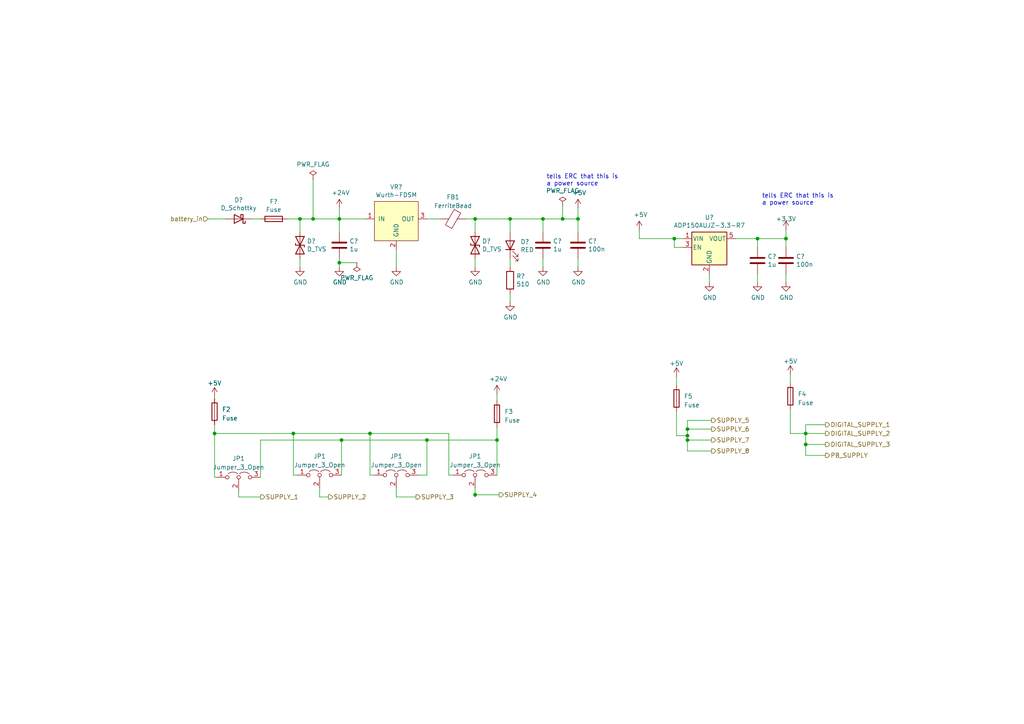
<source format=kicad_sch>
(kicad_sch (version 20230121) (generator eeschema)
  (paper "A4")
  (title_block (title "VEHICLE MEASUREMENT UNIT (VMU)") (date "2020-05-05") (rev "1.0") (company "KTH FORMULA STUDENT") (comment 1 "Dev18") (comment 2 "FILIP SVEBECK") (comment 3 "FSVEBECK@KTH.SE"))
  (lib_symbols
    (symbol "Device:C" (pin_numbers hide) (pin_names (offset 0.254))
      (property "Reference" "C" (at 0.635 2.54 0))
      (property "Value" "C" (at 0.635 -2.54 0))
      (symbol "C_0_1"
        (polyline (pts (xy -2.032 -0.762) (xy 2.032 -0.762)) (stroke (width 0.508)))
        (polyline (pts (xy -2.032 0.762) (xy 2.032 0.762)) (stroke (width 0.508)))
      )
      (symbol "C_1_1"
        (pin passive line (at 0 3.81 270) (length 2.794) (name "~") (number "1"))
        (pin passive line (at 0 -3.81 90) (length 2.794) (name "~") (number "2"))
      )
    )
    (symbol "Device:D_Schottky" (pin_numbers hide) (pin_names (offset 1.016) hide)
      (property "Reference" "D" (at 0 2.54 0))
      (property "Value" "D_Schottky" (at 0 -2.54 0))
      (symbol "D_Schottky_0_1"
        (polyline (pts (xy 1.27 0) (xy -1.27 0)))
        (polyline (pts (xy 1.27 1.27) (xy 1.27 -1.27) (xy -1.27 0) (xy 1.27 1.27)) (stroke (width 0.254)))
        (polyline (pts (xy -1.905 0.635) (xy -1.905 1.27) (xy -1.27 1.27) (xy -1.27 -1.27) (xy -0.635 -1.27) (xy -0.635 -0.635)) (stroke (width 0.254)))
      )
      (symbol "D_Schottky_1_1"
        (pin passive line (at -3.81 0 0) (length 2.54) (name "K") (number "1"))
        (pin passive line (at 3.81 0 180) (length 2.54) (name "A") (number "2"))
      )
    )
    (symbol "Device:D_TVS" (pin_numbers hide) (pin_names (offset 1.016) hide)
      (property "Reference" "D" (at 0 2.54 0))
      (property "Value" "D_TVS" (at 0 -2.54 0))
      (symbol "D_TVS_0_1"
        (polyline (pts (xy 1.27 0) (xy -1.27 0)))
        (polyline (pts (xy 0.508 1.27) (xy 0 1.27) (xy 0 -1.27) (xy -0.508 -1.27)) (stroke (width 0.254)))
        (polyline (pts (xy -2.54 1.27) (xy -2.54 -1.27) (xy 2.54 1.27) (xy 2.54 -1.27) (xy -2.54 1.27)) (stroke (width 0.254)))
      )
      (symbol "D_TVS_1_1"
        (pin passive line (at -3.81 0 0) (length 2.54) (name "A1") (number "1"))
        (pin passive line (at 3.81 0 180) (length 2.54) (name "A2") (number "2"))
      )
    )
    (symbol "Device:FerriteBead" (pin_numbers hide) (pin_names (offset 0))
      (property "Reference" "FB" (at -3.81 0.635 90))
      (property "Value" "FerriteBead" (at 3.81 0 90))
      (symbol "FerriteBead_0_1"
        (polyline (pts (xy 0 -1.27) (xy 0 -1.2192)))
        (polyline (pts (xy 0 1.27) (xy 0 1.2954)))
        (polyline (pts (xy -2.7686 0.4064) (xy -1.7018 2.2606) (xy 2.7686 -0.3048) (xy 1.6764 -2.159) (xy -2.7686 0.4064)))
      )
      (symbol "FerriteBead_1_1"
        (pin passive line (at 0 3.81 270) (length 2.54) (name "~") (number "1"))
        (pin passive line (at 0 -3.81 90) (length 2.54) (name "~") (number "2"))
      )
    )
    (symbol "Device:Fuse" (pin_numbers hide) (pin_names (offset 0))
      (property "Reference" "F" (at 2.032 0 90))
      (property "Value" "Fuse" (at -1.905 0 90))
      (symbol "Fuse_0_1"
        (rectangle (start -0.762 -2.54) (end 0.762 2.54) (stroke (width 0.254)))
        (polyline (pts (xy 0 2.54) (xy 0 -2.54)))
      )
      (symbol "Fuse_1_1"
        (pin passive line (at 0 3.81 270) (length 1.27) (name "~") (number "1"))
        (pin passive line (at 0 -3.81 90) (length 1.27) (name "~") (number "2"))
      )
    )
    (symbol "Device:LED" (pin_numbers hide) (pin_names (offset 1.016) hide)
      (property "Reference" "D" (at 0 2.54 0))
      (property "Value" "LED" (at 0 -2.54 0))
      (symbol "LED_0_1"
        (polyline (pts (xy -1.27 -1.27) (xy -1.27 1.27)) (stroke (width 0.254)))
        (polyline (pts (xy -1.27 0) (xy 1.27 0)))
        (polyline (pts (xy 1.27 -1.27) (xy 1.27 1.27) (xy -1.27 0) (xy 1.27 -1.27)) (stroke (width 0.254)))
        (polyline (pts (xy -3.048 -0.762) (xy -4.572 -2.286) (xy -3.81 -2.286) (xy -4.572 -2.286) (xy -4.572 -1.524)))
        (polyline (pts (xy -1.778 -0.762) (xy -3.302 -2.286) (xy -2.54 -2.286) (xy -3.302 -2.286) (xy -3.302 -1.524)))
      )
      (symbol "LED_1_1"
        (pin passive line (at -3.81 0 0) (length 2.54) (name "K") (number "1"))
        (pin passive line (at 3.81 0 180) (length 2.54) (name "A") (number "2"))
      )
    )
    (symbol "Device:R" (pin_numbers hide) (pin_names (offset 0))
      (property "Reference" "R" (at 2.032 0 90))
      (property "Value" "R" (at 0 0 90))
      (symbol "R_0_1"
        (rectangle (start -1.016 -2.54) (end 1.016 2.54) (stroke (width 0.254)))
      )
      (symbol "R_1_1"
        (pin passive line (at 0 3.81 270) (length 1.27) (name "~") (number "1"))
        (pin passive line (at 0 -3.81 90) (length 1.27) (name "~") (number "2"))
      )
    )
    (symbol "Jumper:Jumper_3_Open" (pin_names (offset 0) hide)
      (property "Reference" "JP" (at -2.54 -2.54 0))
      (property "Value" "Jumper_3_Open" (at 0 2.794 0))
      (symbol "Jumper_3_Open_0_0"
        (circle (center -3.302 0) (radius 0.508))
        (circle (center 0 0) (radius 0.508))
        (circle (center 3.302 0) (radius 0.508))
      )
      (symbol "Jumper_3_Open_0_1"
        (arc (start -0.254 1.016) (mid -1.651 1.4992) (end -3.048 1.016))
        (polyline (pts (xy 0 -0.508) (xy 0 -1.27)))
        (arc (start 3.048 1.016) (mid 1.651 1.4992) (end 0.254 1.016))
      )
      (symbol "Jumper_3_Open_1_1"
        (pin passive line (at -6.35 0 0) (length 2.54) (name "A") (number "1"))
        (pin passive line (at 0 -3.81 90) (length 2.54) (name "C") (number "2"))
        (pin passive line (at 6.35 0 180) (length 2.54) (name "B") (number "3"))
      )
    )
    (symbol "KTHFS:ADP150AUJZ-3.3-R7" (pin_names (offset 0.254))
      (property "Reference" "U" (at -3.81 5.715 0))
      (property "Value" "ADP150AUJZ-3.3-R7" (at 0 5.715 0))
      (symbol "ADP150AUJZ-3.3-R7_0_1"
        (rectangle (start -5.08 4.445) (end 5.08 -5.08) (stroke (width 0.254)) (fill (type background)))
      )
      (symbol "ADP150AUJZ-3.3-R7_1_1"
        (pin power_in line (at -7.62 2.54 0) (length 2.54) (name "VIN") (number "1"))
        (pin power_in line (at 0 -7.62 90) (length 2.54) (name "GND") (number "2"))
        (pin input line (at -7.62 0 0) (length 2.54) (name "EN") (number "3"))
        (pin no_connect line (at 7.62 0 180) (length 2.54) hide (name "NC") (number "4"))
        (pin power_out line (at 7.62 2.54 180) (length 2.54) (name "VOUT") (number "5"))
      )
    )
    (symbol "KTHFS:Wurth-FDSM" (pin_names (offset 1.016))
      (property "Reference" "VR" (at -5.08 6.35 0))
      (property "Value" "Wurth-FDSM" (at 0 3.81 0))
      (symbol "Wurth-FDSM_0_1"
        (rectangle (start 6.35 5.08) (end -6.35 -6.35) (fill (type background)))
      )
      (symbol "Wurth-FDSM_1_1"
        (pin power_in line (at -8.89 0 0) (length 2.54) (name "IN") (number "1"))
        (pin power_in line (at 0 -8.89 90) (length 2.54) (name "GND") (number "2"))
        (pin power_out line (at 8.89 0 180) (length 2.54) (name "OUT") (number "3"))
      )
    )
    (symbol "power:+24V" (power) (pin_names (offset 0))
      (property "Value" "+24V" (at 0 3.556 0))
      (symbol "+24V_0_1"
        (polyline (pts (xy -0.762 1.27) (xy 0 2.54)))
        (polyline (pts (xy 0 0) (xy 0 2.54)))
        (polyline (pts (xy 0 2.54) (xy 0.762 1.27)))
      )
      (symbol "+24V_1_1"
        (pin power_in line (at 0 0 90) (length 0) hide (name "+24V") (number "1"))
      )
    )
    (symbol "power:+3.3V" (power) (pin_names (offset 0))
      (property "Value" "+3.3V" (at 0 3.556 0))
      (symbol "+3.3V_0_1"
        (polyline (pts (xy -0.762 1.27) (xy 0 2.54)))
        (polyline (pts (xy 0 0) (xy 0 2.54)))
        (polyline (pts (xy 0 2.54) (xy 0.762 1.27)))
      )
      (symbol "+3.3V_1_1"
        (pin power_in line (at 0 0 90) (length 0) hide (name "+3.3V") (number "1"))
      )
    )
    (symbol "power:+5V" (power) (pin_names (offset 0))
      (property "Value" "+5V" (at 0 3.556 0))
      (symbol "+5V_0_1"
        (polyline (pts (xy -0.762 1.27) (xy 0 2.54)))
        (polyline (pts (xy 0 0) (xy 0 2.54)))
        (polyline (pts (xy 0 2.54) (xy 0.762 1.27)))
      )
      (symbol "+5V_1_1"
        (pin power_in line (at 0 0 90) (length 0) hide (name "+5V") (number "1"))
      )
    )
    (symbol "power:GND" (power) (pin_names (offset 0))
      (property "Value" "GND" (at 0 -3.81 0))
      (symbol "GND_0_1"
        (polyline (pts (xy 0 0) (xy 0 -1.27) (xy 1.27 -1.27) (xy 0 -2.54) (xy -1.27 -1.27) (xy 0 -1.27)))
      )
      (symbol "GND_1_1"
        (pin power_in line (at 0 0 270) (length 0) hide (name "GND") (number "1"))
      )
    )
    (symbol "power:PWR_FLAG" (power) (pin_numbers hide) (pin_names (offset 0) hide)
      (property "Value" "PWR_FLAG" (at 0 3.81 0))
      (symbol "PWR_FLAG_0_0"
        (pin power_out line (at 0 0 90) (length 0) (name "pwr") (number "1"))
      )
      (symbol "PWR_FLAG_0_1"
        (polyline (pts (xy 0 0) (xy 0 1.27) (xy -1.016 1.905) (xy 0 2.54) (xy 1.016 1.905) (xy 0 1.27)))
      )
    )
  )
  (junction (at 144.145 127.635))
  (junction (at 99.06 127.635))
  (junction (at 107.315 125.73))
  (junction (at 86.995 63.5))
  (junction (at 199.39 126.365))
  (junction (at 199.39 124.46))
  (junction (at 147.955 63.5))
  (junction (at 227.965 69.215))
  (junction (at 123.825 127.635))
  (junction (at 62.23 125.73))
  (junction (at 98.425 63.5))
  (junction (at 195.58 69.215))
  (junction (at 219.71 69.215))
  (junction (at 90.805 63.5))
  (junction (at 157.48 63.5))
  (junction (at 233.68 125.73))
  (junction (at 233.68 128.905))
  (junction (at 137.795 143.51))
  (junction (at 98.425 76.2))
  (junction (at 199.39 127.635))
  (junction (at 85.09 125.73))
  (junction (at 167.64 63.5))
  (junction (at 137.795 63.5))
  (junction (at 163.195 63.5))
  (wire (pts (xy 144.145 114.3) (xy 144.145 116.205)))
  (wire (pts (xy 98.425 63.5) (xy 90.805 63.5)))
  (wire (pts (xy 130.175 137.795) (xy 131.445 137.795)))
  (wire (pts (xy 167.64 60.325) (xy 167.64 63.5)))
  (wire (pts (xy 99.06 127.635) (xy 123.825 127.635)))
  (wire (pts (xy 123.825 127.635) (xy 123.825 137.795)))
  (wire (pts (xy 167.64 77.47) (xy 167.64 74.93)))
  (wire (pts (xy 75.565 127.635) (xy 99.06 127.635)))
  (wire (pts (xy 233.68 128.905) (xy 233.68 132.08)))
  (wire (pts (xy 196.215 126.365) (xy 199.39 126.365)))
  (wire (pts (xy 196.215 111.76) (xy 196.215 109.22)))
  (wire (pts (xy 233.68 125.73) (xy 239.395 125.73)))
  (wire (pts (xy 99.06 127.635) (xy 99.06 137.795)))
  (wire (pts (xy 167.64 63.5) (xy 163.195 63.5)))
  (wire (pts (xy 185.42 69.215) (xy 195.58 69.215)))
  (wire (pts (xy 62.23 138.43) (xy 62.865 138.43)))
  (wire (pts (xy 195.58 69.215) (xy 198.12 69.215)))
  (wire (pts (xy 137.795 77.47) (xy 137.795 74.93)))
  (wire (pts (xy 85.09 125.73) (xy 107.315 125.73)))
  (wire (pts (xy 92.71 141.605) (xy 92.71 144.145)))
  (wire (pts (xy 219.71 81.915) (xy 219.71 79.375)))
  (wire (pts (xy 227.965 81.915) (xy 227.965 79.375)))
  (wire (pts (xy 199.39 130.81) (xy 206.375 130.81)))
  (wire (pts (xy 62.23 125.73) (xy 85.09 125.73)))
  (wire (pts (xy 233.68 125.73) (xy 233.68 123.19)))
  (wire (pts (xy 85.09 125.73) (xy 85.09 137.795)))
  (wire (pts (xy 157.48 77.47) (xy 157.48 74.93)))
  (wire (pts (xy 86.995 77.47) (xy 86.995 74.93)))
  (wire (pts (xy 98.425 63.5) (xy 106.045 63.5)))
  (wire (pts (xy 144.145 123.825) (xy 144.145 127.635)))
  (wire (pts (xy 163.195 63.5) (xy 157.48 63.5)))
  (wire (pts (xy 185.42 66.675) (xy 185.42 69.215)))
  (wire (pts (xy 219.71 69.215) (xy 227.965 69.215)))
  (wire (pts (xy 90.805 63.5) (xy 86.995 63.5)))
  (wire (pts (xy 62.23 123.19) (xy 62.23 125.73)))
  (wire (pts (xy 137.795 67.31) (xy 137.795 63.5)))
  (wire (pts (xy 196.215 119.38) (xy 196.215 126.365)))
  (wire (pts (xy 98.425 77.47) (xy 98.425 76.2)))
  (wire (pts (xy 123.825 127.635) (xy 144.145 127.635)))
  (wire (pts (xy 123.825 63.5) (xy 127.635 63.5)))
  (wire (pts (xy 98.425 67.31) (xy 98.425 63.5)))
  (wire (pts (xy 198.12 71.755) (xy 195.58 71.755)))
  (wire (pts (xy 199.39 124.46) (xy 199.39 126.365)))
  (wire (pts (xy 147.955 74.93) (xy 147.955 77.47)))
  (wire (pts (xy 157.48 67.31) (xy 157.48 63.5)))
  (wire (pts (xy 75.565 127.635) (xy 75.565 138.43)))
  (wire (pts (xy 73.025 63.5) (xy 75.565 63.5)))
  (wire (pts (xy 213.36 69.215) (xy 219.71 69.215)))
  (wire (pts (xy 144.145 127.635) (xy 144.145 137.795)))
  (wire (pts (xy 199.39 124.46) (xy 206.375 124.46)))
  (wire (pts (xy 135.255 63.5) (xy 137.795 63.5)))
  (wire (pts (xy 147.955 67.31) (xy 147.955 63.5)))
  (wire (pts (xy 147.955 63.5) (xy 157.48 63.5)))
  (wire (pts (xy 219.71 71.755) (xy 219.71 69.215)))
  (wire (pts (xy 199.39 127.635) (xy 199.39 130.81)))
  (wire (pts (xy 137.795 63.5) (xy 147.955 63.5)))
  (wire (pts (xy 75.565 144.145) (xy 69.215 144.145)))
  (wire (pts (xy 85.09 137.795) (xy 86.36 137.795)))
  (wire (pts (xy 95.25 144.145) (xy 92.71 144.145)))
  (wire (pts (xy 123.825 137.795) (xy 121.285 137.795)))
  (wire (pts (xy 195.58 71.755) (xy 195.58 69.215)))
  (wire (pts (xy 137.795 143.51) (xy 137.795 141.605)))
  (wire (pts (xy 60.325 63.5) (xy 65.405 63.5)))
  (wire (pts (xy 137.795 144.145) (xy 137.795 143.51)))
  (wire (pts (xy 114.935 144.145) (xy 120.65 144.145)))
  (wire (pts (xy 114.935 77.47) (xy 114.935 72.39)))
  (wire (pts (xy 233.68 128.905) (xy 239.395 128.905)))
  (wire (pts (xy 227.965 71.755) (xy 227.965 69.215)))
  (wire (pts (xy 114.935 141.605) (xy 114.935 144.145)))
  (wire (pts (xy 86.995 63.5) (xy 83.185 63.5)))
  (wire (pts (xy 62.23 114.935) (xy 62.23 115.57)))
  (wire (pts (xy 199.39 126.365) (xy 199.39 127.635)))
  (wire (pts (xy 199.39 121.92) (xy 199.39 124.46)))
  (wire (pts (xy 199.39 127.635) (xy 206.375 127.635)))
  (wire (pts (xy 229.235 111.125) (xy 229.235 108.585)))
  (wire (pts (xy 107.315 125.73) (xy 107.315 137.795)))
  (wire (pts (xy 90.805 52.07) (xy 90.805 63.5)))
  (wire (pts (xy 229.235 125.73) (xy 233.68 125.73)))
  (wire (pts (xy 233.68 125.73) (xy 233.68 128.905)))
  (wire (pts (xy 69.215 142.24) (xy 69.215 144.145)))
  (wire (pts (xy 227.965 66.675) (xy 227.965 69.215)))
  (wire (pts (xy 147.955 87.63) (xy 147.955 85.09)))
  (wire (pts (xy 98.425 76.2) (xy 103.505 76.2)))
  (wire (pts (xy 137.795 143.51) (xy 144.78 143.51)))
  (wire (pts (xy 62.23 125.73) (xy 62.23 138.43)))
  (wire (pts (xy 86.995 67.31) (xy 86.995 63.5)))
  (wire (pts (xy 107.315 125.73) (xy 130.175 125.73)))
  (wire (pts (xy 98.425 60.325) (xy 98.425 63.5)))
  (wire (pts (xy 163.195 59.69) (xy 163.195 63.5)))
  (wire (pts (xy 233.68 132.08) (xy 239.395 132.08)))
  (wire (pts (xy 233.68 123.19) (xy 239.395 123.19)))
  (wire (pts (xy 98.425 76.2) (xy 98.425 74.93)))
  (wire (pts (xy 130.175 125.73) (xy 130.175 137.795)))
  (wire (pts (xy 167.64 67.31) (xy 167.64 63.5)))
  (wire (pts (xy 107.315 137.795) (xy 108.585 137.795)))
  (wire (pts (xy 205.74 81.915) (xy 205.74 79.375)))
  (wire (pts (xy 199.39 121.92) (xy 206.375 121.92)))
  (wire (pts (xy 229.235 118.745) (xy 229.235 125.73)))
  (text "tells ERC that this is\na power source" (at 220.98 59.69 0) (effects (font (size 1.27 1.27)) (justify left bottom)))
  (text "tells ERC that this is\na power source" (at 158.496 54.102 0) (effects (font (size 1.27 1.27)) (justify left bottom)))
  (hierarchical_label "SUPPLY_3" (shape output) (at 120.65 144.145 0))
  (hierarchical_label "DIGITAL_SUPPLY_2" (shape output) (at 239.395 125.73 0))
  (hierarchical_label "DIGITAL_SUPPLY_3" (shape output) (at 239.395 128.905 0))
  (hierarchical_label "SUPPLY_2" (shape output) (at 95.25 144.145 0))
  (hierarchical_label "SUPPLY_5" (shape output) (at 206.375 121.92 0))
  (hierarchical_label "SUPPLY_7" (shape output) (at 206.375 127.635 0))
  (hierarchical_label "SUPPLY_4" (shape output) (at 144.78 143.51 0))
  (hierarchical_label "SUPPLY_1" (shape output) (at 75.565 144.145 0))
  (hierarchical_label "battery_in" (shape input) (at 60.325 63.5 180))
  (hierarchical_label "DIGITAL_SUPPLY_1" (shape output) (at 239.395 123.19 0))
  (hierarchical_label "SUPPLY_8" (shape output) (at 206.375 130.81 0))
  (hierarchical_label "SUPPLY_6" (shape output) (at 206.375 124.46 0))
  (hierarchical_label "PB_SUPPLY" (shape output) (at 239.395 132.08 0))
  (symbol (lib_id "KTHFS:Wurth-FDSM") (at 114.935 63.5 0) (unit 1)
    (property "Reference" "VR?" (at 114.935 54.229 0))
    (property "Value" "Wurth-FDSM" (at 114.935 56.5404 0))
    (property "Footprint" "KTHFS:Wurth-FDSM" (effects hide))
    (property "Datasheet" "https://katalog.we-online.de/pm/datasheet/173010578.pdf" (effects hide))
    (instances (project "blocks" (path "" (reference "VR?") (unit 1))) (project "VMU" (path "" (reference "VR1") (unit 1))))
  )
  (symbol (lib_id "Device:Fuse") (at 79.375 63.5 270) (unit 1)
    (property "Reference" "F?" (at 79.375 58.4962 90))
    (property "Value" "Fuse" (at 79.375 60.8076 90))
    (property "Footprint" "Fuse:Fuse_0805_2012Metric_Pad1.15x1.40mm_HandSolder" (effects hide))
    (instances (project "blocks" (path "" (reference "F?") (unit 1))) (project "VMU" (path "" (reference "F1") (unit 1))))
  )
  (symbol (lib_id "Device:D_Schottky") (at 69.215 63.5 180) (unit 1)
    (property "Reference" "D?" (at 69.215 58.0136 0))
    (property "Value" "D_Schottky" (at 69.215 60.325 0))
    (property "Footprint" "Diode_SMD:D_SOD-323_HandSoldering" (effects hide))
    (instances (project "blocks" (path "" (reference "D?") (unit 1))) (project "VMU" (path "" (reference "D1") (unit 1))))
  )
  (symbol (lib_id "Device:D_TVS") (at 86.995 71.12 270) (unit 1)
    (property "Reference" "D?" (at 89.0016 69.9516 90) (effects (justify left)))
    (property "Value" "D_TVS" (at 89.0016 72.263 90) (effects (justify left)))
    (property "Footprint" "Diode_SMD:D_SOD-323_HandSoldering" (effects hide))
    (instances (project "blocks" (path "" (reference "D?") (unit 1))) (project "VMU" (path "" (reference "D2") (unit 1))))
  )
  (symbol (lib_id "Device:C") (at 98.425 71.12 0) (unit 1)
    (property "Reference" "C?" (at 101.346 69.9516 0) (effects (justify left)))
    (property "Value" "1u" (at 101.346 72.263 0) (effects (justify left)))
    (property "Footprint" "Capacitor_SMD:C_0603_1608Metric_Pad1.08x0.95mm_HandSolder" (effects hide))
    (instances (project "blocks" (path "" (reference "C?") (unit 1))) (project "VMU" (path "" (reference "C3") (unit 1))))
  )
  (symbol (lib_id "power:GND") (at 114.935 77.47 0) (unit 1)
    (property "Reference" "#PWR022" (effects hide))
    (property "Value" "GND" (at 115.062 81.8642 0))
  )
  (symbol (lib_id "power:GND") (at 98.425 77.47 0) (unit 1)
    (property "Reference" "#PWR021" (effects hide))
    (property "Value" "GND" (at 98.552 81.8642 0))
  )
  (symbol (lib_id "power:GND") (at 86.995 77.47 0) (unit 1)
    (property "Reference" "#PWR020" (effects hide))
    (property "Value" "GND" (at 87.122 81.8642 0))
  )
  (symbol (lib_id "Device:D_TVS") (at 137.795 71.12 270) (unit 1)
    (property "Reference" "D?" (at 139.8016 69.9516 90) (effects (justify left)))
    (property "Value" "D_TVS" (at 139.8016 72.263 90) (effects (justify left)))
    (property "Footprint" "Diode_SMD:D_SOD-323_HandSoldering" (effects hide))
    (instances (project "blocks" (path "" (reference "D?") (unit 1))) (project "VMU" (path "" (reference "D3") (unit 1))))
  )
  (symbol (lib_id "Device:C") (at 157.48 71.12 0) (unit 1)
    (property "Reference" "C?" (at 160.401 69.9516 0) (effects (justify left)))
    (property "Value" "1u" (at 160.401 72.263 0) (effects (justify left)))
    (property "Footprint" "Capacitor_SMD:C_0603_1608Metric_Pad1.08x0.95mm_HandSolder" (effects hide))
    (instances (project "blocks" (path "" (reference "C?") (unit 1))) (project "VMU" (path "" (reference "C4") (unit 1))))
  )
  (symbol (lib_id "power:+24V") (at 98.425 60.325 0) (unit 1)
    (property "Reference" "#PWR016" (effects hide))
    (property "Value" "+24V" (at 98.806 55.9308 0))
  )
  (symbol (lib_id "power:+5V") (at 167.64 60.325 0) (unit 1)
    (property "Reference" "#PWR017" (effects hide))
    (property "Value" "+5V" (at 168.021 55.9308 0))
  )
  (symbol (lib_id "Device:C") (at 167.64 71.12 0) (unit 1)
    (property "Reference" "C?" (at 170.561 69.9516 0) (effects (justify left)))
    (property "Value" "100n" (at 170.561 72.263 0) (effects (justify left)))
    (property "Footprint" "Capacitor_SMD:C_0603_1608Metric_Pad1.08x0.95mm_HandSolder" (effects hide))
    (instances (project "blocks" (path "" (reference "C?") (unit 1))) (project "VMU" (path "" (reference "C5") (unit 1))))
  )
  (symbol (lib_id "power:GND") (at 137.795 77.47 0) (unit 1)
    (property "Reference" "#PWR023" (effects hide))
    (property "Value" "GND" (at 137.922 81.8642 0))
  )
  (symbol (lib_id "power:GND") (at 157.48 77.47 0) (unit 1)
    (property "Reference" "#PWR024" (effects hide))
    (property "Value" "GND" (at 157.607 81.8642 0))
  )
  (symbol (lib_id "power:GND") (at 167.64 77.47 0) (unit 1)
    (property "Reference" "#PWR025" (effects hide))
    (property "Value" "GND" (at 167.767 81.8642 0))
  )
  (symbol (lib_id "power:PWR_FLAG") (at 163.195 59.69 0) (unit 1)
    (property "Reference" "#FLG?" (effects hide))
    (property "Value" "PWR_FLAG" (at 163.195 55.2958 0))
    (instances (project "blocks" (path "" (reference "#FLG?") (unit 1))) (project "VMU" (path "" (reference "#FLG01") (unit 1))))
  )
  (symbol (lib_id "Device:LED") (at 147.955 71.12 90) (unit 1)
    (property "Reference" "D?" (at 150.9522 70.1294 90) (effects (justify right)))
    (property "Value" "RED" (at 150.9522 72.4408 90) (effects (justify right)))
    (property "Footprint" "Diode_SMD:D_0603_1608Metric_Pad1.05x0.95mm_HandSolder" (effects hide))
    (instances (project "blocks" (path "" (reference "D?") (unit 1))) (project "VMU" (path "" (reference "D4") (unit 1))))
  )
  (symbol (lib_id "Device:R") (at 147.955 81.28 0) (unit 1)
    (property "Reference" "R?" (at 149.733 80.1116 0) (effects (justify left)))
    (property "Value" "510" (at 149.733 82.423 0) (effects (justify left)))
    (property "Footprint" "Resistor_SMD:R_0603_1608Metric_Pad0.98x0.95mm_HandSolder" (effects hide))
    (instances (project "blocks" (path "" (reference "R?") (unit 1))) (project "VMU" (path "" (reference "R1") (unit 1))))
  )
  (symbol (lib_id "power:GND") (at 147.955 87.63 0) (unit 1)
    (property "Reference" "#PWR029" (effects hide))
    (property "Value" "GND" (at 148.082 92.0242 0))
  )
  (symbol (lib_id "KTHFS:ADP150AUJZ-3.3-R7") (at 205.74 71.755 0) (unit 1)
    (property "Reference" "U?" (at 205.74 63.0682 0))
    (property "Value" "ADP150AUJZ-3.3-R7" (at 205.74 65.3796 0))
    (property "Footprint" "Package_TO_SOT_SMD:SOT-23-5" (effects hide))
    (property "Datasheet" "https://www.analog.com/media/en/technical-documentation/data-sheets/ADP150.pdf" (effects hide))
    (instances (project "blocks" (path "" (reference "U?") (unit 1))) (project "VMU" (path "" (reference "U3") (unit 1))))
  )
  (symbol (lib_id "power:+5V") (at 185.42 66.675 0) (unit 1)
    (property "Reference" "#PWR018" (effects hide))
    (property "Value" "+5V" (at 185.801 62.2808 0))
  )
  (symbol (lib_id "Device:C") (at 227.965 75.565 0) (unit 1)
    (property "Reference" "C?" (at 230.886 74.3966 0) (effects (justify left)))
    (property "Value" "100n" (at 230.886 76.708 0) (effects (justify left)))
    (property "Footprint" "Capacitor_SMD:C_0603_1608Metric_Pad1.08x0.95mm_HandSolder" (effects hide))
    (instances (project "blocks" (path "" (reference "C?") (unit 1))) (project "VMU" (path "" (reference "C7") (unit 1))))
  )
  (symbol (lib_id "power:GND") (at 205.74 81.915 0) (unit 1)
    (property "Reference" "#PWR026" (effects hide))
    (property "Value" "GND" (at 205.867 86.3092 0))
  )
  (symbol (lib_id "power:GND") (at 227.965 81.915 0) (unit 1)
    (property "Reference" "#PWR028" (effects hide))
    (property "Value" "GND" (at 228.092 86.3092 0))
  )
  (symbol (lib_id "Device:C") (at 219.71 75.565 0) (unit 1)
    (property "Reference" "C?" (at 222.631 74.3966 0) (effects (justify left)))
    (property "Value" "1u" (at 222.631 76.708 0) (effects (justify left)))
    (property "Footprint" "Capacitor_SMD:C_0603_1608Metric_Pad1.08x0.95mm_HandSolder" (effects hide))
    (instances (project "blocks" (path "" (reference "C?") (unit 1))) (project "VMU" (path "" (reference "C6") (unit 1))))
  )
  (symbol (lib_id "power:GND") (at 219.71 81.915 0) (unit 1)
    (property "Reference" "#PWR027" (effects hide))
    (property "Value" "GND" (at 219.837 86.3092 0))
  )
  (symbol (lib_id "power:PWR_FLAG") (at 90.805 52.07 0) (mirror y) (unit 1)
    (property "Reference" "#FLG?" (effects hide))
    (property "Value" "PWR_FLAG" (at 90.805 47.6758 0))
    (instances (project "blocks" (path "" (reference "#FLG?") (unit 1))) (project "VMU" (path "" (reference "#FLG03") (unit 1))))
  )
  (symbol (lib_id "Device:Fuse") (at 62.23 119.38 0) (unit 1)
    (property "Reference" "F2" (at 64.389 118.745 0) (effects (justify left)))
    (property "Value" "Fuse" (at 64.389 121.285 0) (effects (justify left)))
    (property "Footprint" "Fuse:Fuse_0805_2012Metric_Pad1.15x1.40mm_HandSolder" (effects hide))
  )
  (symbol (lib_id "Jumper:Jumper_3_Open") (at 114.935 137.795 0) (unit 1)
    (property "Reference" "JP1" (at 114.935 132.334 0))
    (property "Value" "Jumper_3_Open" (at 114.935 134.874 0))
    (property "Footprint" "Jumper:SolderJumper-3_P2.0mm_Open_TrianglePad1.0x1.5mm_NumberLabels" (effects hide))
    (instances (project "VMU" (path "" (reference "JP1") (unit 1)) (path "" (reference "JP3") (unit 1))))
  )
  (symbol (lib_id "Device:Fuse") (at 229.235 114.935 0) (unit 1)
    (property "Reference" "F4" (at 231.394 114.3 0) (effects (justify left)))
    (property "Value" "Fuse" (at 231.394 116.84 0) (effects (justify left)))
    (property "Footprint" "Fuse:Fuse_0805_2012Metric_Pad1.15x1.40mm_HandSolder" (effects hide))
  )
  (symbol (lib_id "Jumper:Jumper_3_Open") (at 137.795 137.795 0) (unit 1)
    (property "Reference" "JP1" (at 137.795 132.334 0))
    (property "Value" "Jumper_3_Open" (at 137.795 134.874 0))
    (property "Footprint" "Jumper:SolderJumper-3_P2.0mm_Open_TrianglePad1.0x1.5mm_NumberLabels" (effects hide))
    (instances (project "VMU" (path "" (reference "JP1") (unit 1)) (path "" (reference "JP2") (unit 1))))
  )
  (symbol (lib_id "power:+3.3V") (at 227.965 66.675 0) (unit 1)
    (property "Reference" "#PWR057" (effects hide))
    (property "Value" "+3.3V" (at 227.965 63.5 0))
  )
  (symbol (lib_id "Device:Fuse") (at 196.215 115.57 0) (unit 1)
    (property "Reference" "F5" (at 198.374 114.935 0) (effects (justify left)))
    (property "Value" "Fuse" (at 198.374 117.475 0) (effects (justify left)))
    (property "Footprint" "Fuse:Fuse_0805_2012Metric_Pad1.15x1.40mm_HandSolder" (effects hide))
  )
  (symbol (lib_id "Device:FerriteBead") (at 131.445 63.5 90) (unit 1)
    (property "Reference" "FB1" (at 131.3942 57.15 90))
    (property "Value" "FerriteBead" (at 131.3942 59.69 90))
    (property "Footprint" "Inductor_SMD:L_0603_1608Metric_Pad1.05x0.95mm_HandSolder" (effects hide))
  )
  (symbol (lib_id "Jumper:Jumper_3_Open") (at 69.215 138.43 0) (unit 1)
    (property "Reference" "JP1" (at 69.215 132.969 0))
    (property "Value" "Jumper_3_Open" (at 69.215 135.509 0))
    (property "Footprint" "Jumper:SolderJumper-3_P2.0mm_Open_TrianglePad1.0x1.5mm_NumberLabels" (effects hide))
    (instances (project "VMU" (path "" (reference "JP1") (unit 1)) (path "" (reference "JP4") (unit 1))))
  )
  (symbol (lib_id "power:+24V") (at 144.145 114.3 0) (unit 1)
    (property "Reference" "#PWR031" (effects hide))
    (property "Value" "+24V" (at 144.526 109.9058 0))
    (instances (project "VMU" (path "" (reference "#PWR031") (unit 1)) (path "" (reference "#PWR028") (unit 1))))
  )
  (symbol (lib_id "power:+5V") (at 62.23 114.935 0) (mirror y) (unit 1)
    (property "Reference" "#PWR0161" (effects hide))
    (property "Value" "+5V" (at 62.23 111.125 0))
  )
  (symbol (lib_id "Jumper:Jumper_3_Open") (at 92.71 137.795 0) (unit 1)
    (property "Reference" "JP1" (at 92.71 132.334 0))
    (property "Value" "Jumper_3_Open" (at 92.71 134.874 0))
    (property "Footprint" "Jumper:SolderJumper-3_P2.0mm_Open_TrianglePad1.0x1.5mm_NumberLabels" (effects hide))
  )
  (symbol (lib_id "Device:Fuse") (at 144.145 120.015 0) (unit 1)
    (property "Reference" "F3" (at 146.304 119.38 0) (effects (justify left)))
    (property "Value" "Fuse" (at 146.304 121.92 0) (effects (justify left)))
    (property "Footprint" "Fuse:Fuse_0805_2012Metric_Pad1.15x1.40mm_HandSolder" (effects hide))
  )
  (symbol (lib_id "power:PWR_FLAG") (at 103.505 76.2 180) (unit 1)
    (property "Reference" "#FLG?" (effects hide))
    (property "Value" "PWR_FLAG" (at 103.505 80.5942 0))
    (instances (project "blocks" (path "" (reference "#FLG?") (unit 1))) (project "VMU" (path "" (reference "#FLG02") (unit 1))))
  )
  (symbol (lib_id "power:+5V") (at 196.215 109.22 0) (mirror y) (unit 1)
    (property "Reference" "#PWR0161" (effects hide))
    (property "Value" "+5V" (at 196.215 105.41 0))
  )
  (symbol (lib_id "power:+5V") (at 229.235 108.585 0) (mirror y) (unit 1)
    (property "Reference" "#PWR0161" (effects hide))
    (property "Value" "+5V" (at 229.235 104.775 0))
  )
)
</source>
